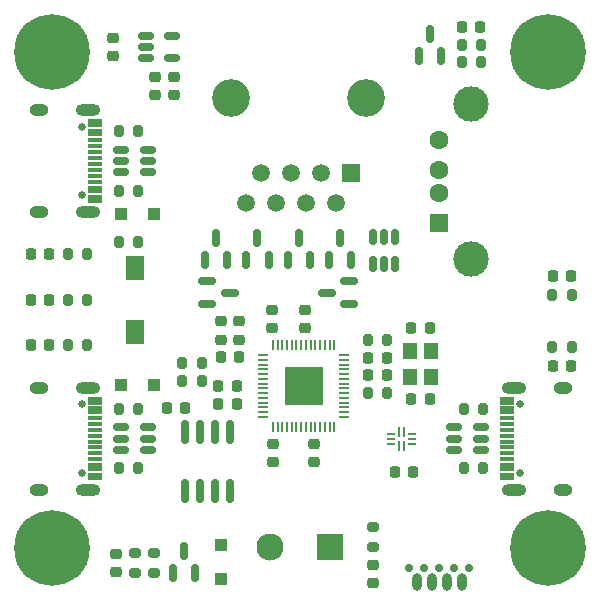
<source format=gts>
G04 #@! TF.GenerationSoftware,KiCad,Pcbnew,(6.0.9)*
G04 #@! TF.CreationDate,2022-11-24T22:06:01+01:00*
G04 #@! TF.ProjectId,latte,6c617474-652e-46b6-9963-61645f706362,rev?*
G04 #@! TF.SameCoordinates,Original*
G04 #@! TF.FileFunction,Soldermask,Top*
G04 #@! TF.FilePolarity,Negative*
%FSLAX46Y46*%
G04 Gerber Fmt 4.6, Leading zero omitted, Abs format (unit mm)*
G04 Created by KiCad (PCBNEW (6.0.9)) date 2022-11-24 22:06:01*
%MOMM*%
%LPD*%
G01*
G04 APERTURE LIST*
G04 Aperture macros list*
%AMRoundRect*
0 Rectangle with rounded corners*
0 $1 Rounding radius*
0 $2 $3 $4 $5 $6 $7 $8 $9 X,Y pos of 4 corners*
0 Add a 4 corners polygon primitive as box body*
4,1,4,$2,$3,$4,$5,$6,$7,$8,$9,$2,$3,0*
0 Add four circle primitives for the rounded corners*
1,1,$1+$1,$2,$3*
1,1,$1+$1,$4,$5*
1,1,$1+$1,$6,$7*
1,1,$1+$1,$8,$9*
0 Add four rect primitives between the rounded corners*
20,1,$1+$1,$2,$3,$4,$5,0*
20,1,$1+$1,$4,$5,$6,$7,0*
20,1,$1+$1,$6,$7,$8,$9,0*
20,1,$1+$1,$8,$9,$2,$3,0*%
G04 Aperture macros list end*
%ADD10C,0.800000*%
%ADD11C,6.400000*%
%ADD12RoundRect,0.225000X0.250000X-0.225000X0.250000X0.225000X-0.250000X0.225000X-0.250000X-0.225000X0*%
%ADD13RoundRect,0.200000X0.200000X0.275000X-0.200000X0.275000X-0.200000X-0.275000X0.200000X-0.275000X0*%
%ADD14RoundRect,0.200000X-0.200000X-0.275000X0.200000X-0.275000X0.200000X0.275000X-0.200000X0.275000X0*%
%ADD15RoundRect,0.150000X0.150000X-0.587500X0.150000X0.587500X-0.150000X0.587500X-0.150000X-0.587500X0*%
%ADD16RoundRect,0.225000X-0.225000X-0.250000X0.225000X-0.250000X0.225000X0.250000X-0.225000X0.250000X0*%
%ADD17R,2.300000X2.300000*%
%ADD18C,2.300000*%
%ADD19C,0.650000*%
%ADD20R,1.150000X0.300000*%
%ADD21O,2.100000X1.000000*%
%ADD22O,1.600000X1.000000*%
%ADD23RoundRect,0.225000X0.225000X0.250000X-0.225000X0.250000X-0.225000X-0.250000X0.225000X-0.250000X0*%
%ADD24R,1.100000X1.100000*%
%ADD25RoundRect,0.050000X-0.050000X0.350000X-0.050000X-0.350000X0.050000X-0.350000X0.050000X0.350000X0*%
%ADD26RoundRect,0.050000X-0.325000X0.050000X-0.325000X-0.050000X0.325000X-0.050000X0.325000X0.050000X0*%
%ADD27RoundRect,0.225000X-0.250000X0.225000X-0.250000X-0.225000X0.250000X-0.225000X0.250000X0.225000X0*%
%ADD28R,1.600000X2.000000*%
%ADD29RoundRect,0.218750X0.218750X0.256250X-0.218750X0.256250X-0.218750X-0.256250X0.218750X-0.256250X0*%
%ADD30C,0.700000*%
%ADD31O,0.800000X1.500000*%
%ADD32RoundRect,0.150000X0.150000X-0.512500X0.150000X0.512500X-0.150000X0.512500X-0.150000X-0.512500X0*%
%ADD33C,3.200000*%
%ADD34R,1.500000X1.500000*%
%ADD35C,1.500000*%
%ADD36RoundRect,0.150000X0.512500X0.150000X-0.512500X0.150000X-0.512500X-0.150000X0.512500X-0.150000X0*%
%ADD37RoundRect,0.150000X-0.512500X-0.150000X0.512500X-0.150000X0.512500X0.150000X-0.512500X0.150000X0*%
%ADD38R,1.500000X1.600000*%
%ADD39C,1.600000*%
%ADD40C,3.000000*%
%ADD41RoundRect,0.200000X-0.275000X0.200000X-0.275000X-0.200000X0.275000X-0.200000X0.275000X0.200000X0*%
%ADD42RoundRect,0.218750X-0.256250X0.218750X-0.256250X-0.218750X0.256250X-0.218750X0.256250X0.218750X0*%
%ADD43RoundRect,0.150000X-0.587500X-0.150000X0.587500X-0.150000X0.587500X0.150000X-0.587500X0.150000X0*%
%ADD44RoundRect,0.050000X0.050000X-0.387500X0.050000X0.387500X-0.050000X0.387500X-0.050000X-0.387500X0*%
%ADD45RoundRect,0.050000X0.387500X-0.050000X0.387500X0.050000X-0.387500X0.050000X-0.387500X-0.050000X0*%
%ADD46R,3.200000X3.200000*%
%ADD47RoundRect,0.218750X0.256250X-0.218750X0.256250X0.218750X-0.256250X0.218750X-0.256250X-0.218750X0*%
%ADD48R,1.200000X1.400000*%
%ADD49RoundRect,0.150000X0.150000X-0.825000X0.150000X0.825000X-0.150000X0.825000X-0.150000X-0.825000X0*%
%ADD50RoundRect,0.150000X0.587500X0.150000X-0.587500X0.150000X-0.587500X-0.150000X0.587500X-0.150000X0*%
G04 APERTURE END LIST*
D10*
X155810000Y-75000000D03*
X160610000Y-75000000D03*
X156512944Y-76697056D03*
X156512944Y-73302944D03*
X158210000Y-77400000D03*
X159907056Y-76697056D03*
D11*
X158210000Y-75000000D03*
D10*
X158210000Y-72600000D03*
X159907056Y-73302944D03*
D12*
X134850000Y-98375000D03*
X134850000Y-96825000D03*
D13*
X152725000Y-110250000D03*
X151075000Y-110250000D03*
X160225000Y-100000000D03*
X158575000Y-100000000D03*
D14*
X121875000Y-91100000D03*
X123525000Y-91100000D03*
D15*
X132650000Y-92637500D03*
X134550000Y-92637500D03*
X133600000Y-90762500D03*
D16*
X142975000Y-100900000D03*
X144525000Y-100900000D03*
D14*
X151075000Y-105250000D03*
X152725000Y-105250000D03*
X117557500Y-92137500D03*
X119207500Y-92137500D03*
D12*
X121362500Y-75375000D03*
X121362500Y-73825000D03*
D17*
X139750000Y-116950000D03*
D18*
X134670000Y-116950000D03*
D19*
X155795000Y-110640000D03*
X155795000Y-104860000D03*
D20*
X154730000Y-111100000D03*
X154730000Y-110300000D03*
X154730000Y-109000000D03*
X154730000Y-108000000D03*
X154730000Y-107500000D03*
X154730000Y-106500000D03*
X154730000Y-105200000D03*
X154730000Y-104400000D03*
X154730000Y-104700000D03*
X154730000Y-105500000D03*
X154730000Y-106000000D03*
X154730000Y-107000000D03*
X154730000Y-108500000D03*
X154730000Y-109500000D03*
X154730000Y-110000000D03*
X154730000Y-110800000D03*
D21*
X155295000Y-103430000D03*
X155295000Y-112070000D03*
D22*
X159475000Y-103430000D03*
X159475000Y-112070000D03*
D23*
X132025000Y-100850000D03*
X130475000Y-100850000D03*
D14*
X127230504Y-101349504D03*
X128880504Y-101349504D03*
D24*
X124810000Y-88750000D03*
X122010000Y-88750000D03*
D25*
X146000000Y-107200000D03*
X145600000Y-107200000D03*
D26*
X144925000Y-107400000D03*
X144925000Y-107800000D03*
X144925000Y-108200000D03*
D25*
X145600000Y-108400000D03*
X146000000Y-108400000D03*
D26*
X146675000Y-108200000D03*
X146675000Y-107800000D03*
X146675000Y-107400000D03*
D13*
X123485000Y-86750000D03*
X121835000Y-86750000D03*
D23*
X127475000Y-105200000D03*
X125925000Y-105200000D03*
D14*
X121835000Y-105250000D03*
X123485000Y-105250000D03*
D27*
X126562500Y-77125000D03*
X126562500Y-78675000D03*
D14*
X150875000Y-74400000D03*
X152525000Y-74400000D03*
X158575000Y-95600000D03*
X160225000Y-95600000D03*
D15*
X126450000Y-119137500D03*
X128350000Y-119137500D03*
X127400000Y-117262500D03*
D28*
X123200000Y-98700000D03*
X123200000Y-93300000D03*
D19*
X118765000Y-87140000D03*
X118765000Y-81360000D03*
D20*
X119830000Y-80900000D03*
X119830000Y-81700000D03*
X119830000Y-83000000D03*
X119830000Y-84000000D03*
X119830000Y-84500000D03*
X119830000Y-85500000D03*
X119830000Y-86800000D03*
X119830000Y-87600000D03*
X119830000Y-87300000D03*
X119830000Y-86500000D03*
X119830000Y-86000000D03*
X119830000Y-85000000D03*
X119830000Y-83500000D03*
X119830000Y-82500000D03*
X119830000Y-82000000D03*
X119830000Y-81200000D03*
D21*
X119265000Y-88570000D03*
D22*
X115085000Y-79930000D03*
X115085000Y-88570000D03*
D21*
X119265000Y-79930000D03*
D29*
X115987500Y-92137500D03*
X114412500Y-92137500D03*
D14*
X117557500Y-96000000D03*
X119207500Y-96000000D03*
X142925000Y-99400000D03*
X144575000Y-99400000D03*
D30*
X151540000Y-118715000D03*
X149000000Y-118715000D03*
X150270000Y-118715000D03*
X146460000Y-118715000D03*
X147730000Y-118715000D03*
D31*
X150905000Y-119870000D03*
X149635000Y-119870000D03*
X148365000Y-119870000D03*
X147095000Y-119870000D03*
D24*
X124810000Y-103250000D03*
X122010000Y-103250000D03*
D14*
X121835000Y-81750000D03*
X123485000Y-81750000D03*
D12*
X137600000Y-98375000D03*
X137600000Y-96825000D03*
D32*
X143350000Y-92937500D03*
X144300000Y-92937500D03*
X145250000Y-92937500D03*
X145250000Y-90662500D03*
X144300000Y-90662500D03*
X143350000Y-90662500D03*
D11*
X116210000Y-117000000D03*
D10*
X116210000Y-114600000D03*
X118610000Y-117000000D03*
X114512944Y-118697056D03*
X116210000Y-119400000D03*
X117907056Y-115302944D03*
X113810000Y-117000000D03*
X114512944Y-115302944D03*
X117907056Y-118697056D03*
X113810000Y-75000000D03*
X117907056Y-76697056D03*
X114512944Y-76697056D03*
X117907056Y-73302944D03*
X118610000Y-75000000D03*
X114512944Y-73302944D03*
X116210000Y-72600000D03*
X116210000Y-77400000D03*
D11*
X116210000Y-75000000D03*
D33*
X131332500Y-78950000D03*
X142762500Y-78950000D03*
D34*
X141492500Y-85300000D03*
D35*
X140222500Y-87840000D03*
X138952500Y-85300000D03*
X137682500Y-87840000D03*
X136412500Y-85300000D03*
X135142500Y-87840000D03*
X133872500Y-85300000D03*
X132602500Y-87840000D03*
D36*
X152537500Y-108700000D03*
X152537500Y-107750000D03*
X152537500Y-106800000D03*
X150262500Y-106800000D03*
X150262500Y-107750000D03*
X150262500Y-108700000D03*
D12*
X132000000Y-99375000D03*
X132000000Y-97825000D03*
D16*
X146625000Y-98400000D03*
X148175000Y-98400000D03*
D37*
X122022500Y-83300000D03*
X122022500Y-84250000D03*
X122022500Y-85200000D03*
X124297500Y-85200000D03*
X124297500Y-84250000D03*
X124297500Y-83300000D03*
D38*
X149000000Y-89500000D03*
D39*
X149000000Y-87000000D03*
X149000000Y-85000000D03*
X149000000Y-82500000D03*
D40*
X151710000Y-79430000D03*
X151710000Y-92570000D03*
D16*
X142975000Y-102400000D03*
X144525000Y-102400000D03*
D41*
X123200000Y-117475000D03*
X123200000Y-119125000D03*
D27*
X134900000Y-108225000D03*
X134900000Y-109775000D03*
D29*
X160167500Y-94000000D03*
X158592500Y-94000000D03*
D24*
X130500000Y-119600000D03*
X130500000Y-116800000D03*
D42*
X121600000Y-117512500D03*
X121600000Y-119087500D03*
D13*
X123485000Y-110250000D03*
X121835000Y-110250000D03*
D41*
X143400000Y-115275000D03*
X143400000Y-116925000D03*
D43*
X129362500Y-94450000D03*
X129362500Y-96350000D03*
X131237500Y-95400000D03*
D44*
X134900000Y-106737500D03*
X135300000Y-106737500D03*
X135700000Y-106737500D03*
X136100000Y-106737500D03*
X136500000Y-106737500D03*
X136900000Y-106737500D03*
X137300000Y-106737500D03*
X137700000Y-106737500D03*
X138100000Y-106737500D03*
X138500000Y-106737500D03*
X138900000Y-106737500D03*
X139300000Y-106737500D03*
X139700000Y-106737500D03*
X140100000Y-106737500D03*
D45*
X140937500Y-105900000D03*
X140937500Y-105500000D03*
X140937500Y-105100000D03*
X140937500Y-104700000D03*
X140937500Y-104300000D03*
X140937500Y-103900000D03*
X140937500Y-103500000D03*
X140937500Y-103100000D03*
X140937500Y-102700000D03*
X140937500Y-102300000D03*
X140937500Y-101900000D03*
X140937500Y-101500000D03*
X140937500Y-101100000D03*
X140937500Y-100700000D03*
D44*
X140100000Y-99862500D03*
X139700000Y-99862500D03*
X139300000Y-99862500D03*
X138900000Y-99862500D03*
X138500000Y-99862500D03*
X138100000Y-99862500D03*
X137700000Y-99862500D03*
X137300000Y-99862500D03*
X136900000Y-99862500D03*
X136500000Y-99862500D03*
X136100000Y-99862500D03*
X135700000Y-99862500D03*
X135300000Y-99862500D03*
X134900000Y-99862500D03*
D45*
X134062500Y-100700000D03*
X134062500Y-101100000D03*
X134062500Y-101500000D03*
X134062500Y-101900000D03*
X134062500Y-102300000D03*
X134062500Y-102700000D03*
X134062500Y-103100000D03*
X134062500Y-103500000D03*
X134062500Y-103900000D03*
X134062500Y-104300000D03*
X134062500Y-104700000D03*
X134062500Y-105100000D03*
X134062500Y-105500000D03*
X134062500Y-105900000D03*
D46*
X137500000Y-103300000D03*
D15*
X139650000Y-92637500D03*
X141550000Y-92637500D03*
X140600000Y-90762500D03*
D29*
X115987500Y-96000000D03*
X114412500Y-96000000D03*
D27*
X124962500Y-77125000D03*
X124962500Y-78675000D03*
D12*
X130500000Y-99375000D03*
X130500000Y-97825000D03*
D10*
X159907056Y-115302944D03*
D11*
X158210000Y-117000000D03*
D10*
X160610000Y-117000000D03*
X156512944Y-118697056D03*
X159907056Y-118697056D03*
X156512944Y-115302944D03*
X158210000Y-114600000D03*
X158210000Y-119400000D03*
X155810000Y-117000000D03*
D23*
X131825000Y-104800000D03*
X130275000Y-104800000D03*
D47*
X143400000Y-119987500D03*
X143400000Y-118412500D03*
D14*
X117557500Y-99862500D03*
X119207500Y-99862500D03*
D16*
X145225000Y-110600000D03*
X146775000Y-110600000D03*
D15*
X147250000Y-75337500D03*
X149150000Y-75337500D03*
X148200000Y-73462500D03*
D37*
X122022500Y-106800000D03*
X122022500Y-107750000D03*
X122022500Y-108700000D03*
X124297500Y-108700000D03*
X124297500Y-107750000D03*
X124297500Y-106800000D03*
D48*
X148250000Y-102500000D03*
X148250000Y-100300000D03*
X146550000Y-100300000D03*
X146550000Y-102500000D03*
D15*
X129150000Y-92637500D03*
X131050000Y-92637500D03*
X130100000Y-90762500D03*
D41*
X124800000Y-117475000D03*
X124800000Y-119125000D03*
D16*
X150925000Y-72900000D03*
X152475000Y-72900000D03*
D49*
X127495000Y-112175000D03*
X128765000Y-112175000D03*
X130035000Y-112175000D03*
X131305000Y-112175000D03*
X131305000Y-107225000D03*
X130035000Y-107225000D03*
X128765000Y-107225000D03*
X127495000Y-107225000D03*
D23*
X131825000Y-103300000D03*
X130275000Y-103300000D03*
D15*
X136150000Y-92637500D03*
X138050000Y-92637500D03*
X137100000Y-90762500D03*
D16*
X146625000Y-104400000D03*
X148175000Y-104400000D03*
D27*
X138350000Y-108225000D03*
X138350000Y-109775000D03*
D29*
X160167500Y-101600000D03*
X158592500Y-101600000D03*
D19*
X118765000Y-104860000D03*
X118765000Y-110640000D03*
D20*
X119830000Y-104400000D03*
X119830000Y-105200000D03*
X119830000Y-106500000D03*
X119830000Y-107500000D03*
X119830000Y-108000000D03*
X119830000Y-109000000D03*
X119830000Y-110300000D03*
X119830000Y-111100000D03*
X119830000Y-110800000D03*
X119830000Y-110000000D03*
X119830000Y-109500000D03*
X119830000Y-108500000D03*
X119830000Y-107000000D03*
X119830000Y-106000000D03*
X119830000Y-105500000D03*
X119830000Y-104700000D03*
D22*
X115085000Y-103430000D03*
X115085000Y-112070000D03*
D21*
X119265000Y-112070000D03*
X119265000Y-103430000D03*
D50*
X141337500Y-96350000D03*
X141337500Y-94450000D03*
X139462500Y-95400000D03*
D13*
X152525000Y-75900000D03*
X150875000Y-75900000D03*
D37*
X124125000Y-73650000D03*
X124125000Y-74600000D03*
X124125000Y-75550000D03*
X126400000Y-75550000D03*
X126400000Y-73650000D03*
D14*
X127230504Y-102849504D03*
X128880504Y-102849504D03*
D13*
X144575000Y-103850000D03*
X142925000Y-103850000D03*
D29*
X115987500Y-99862500D03*
X114412500Y-99862500D03*
M02*

</source>
